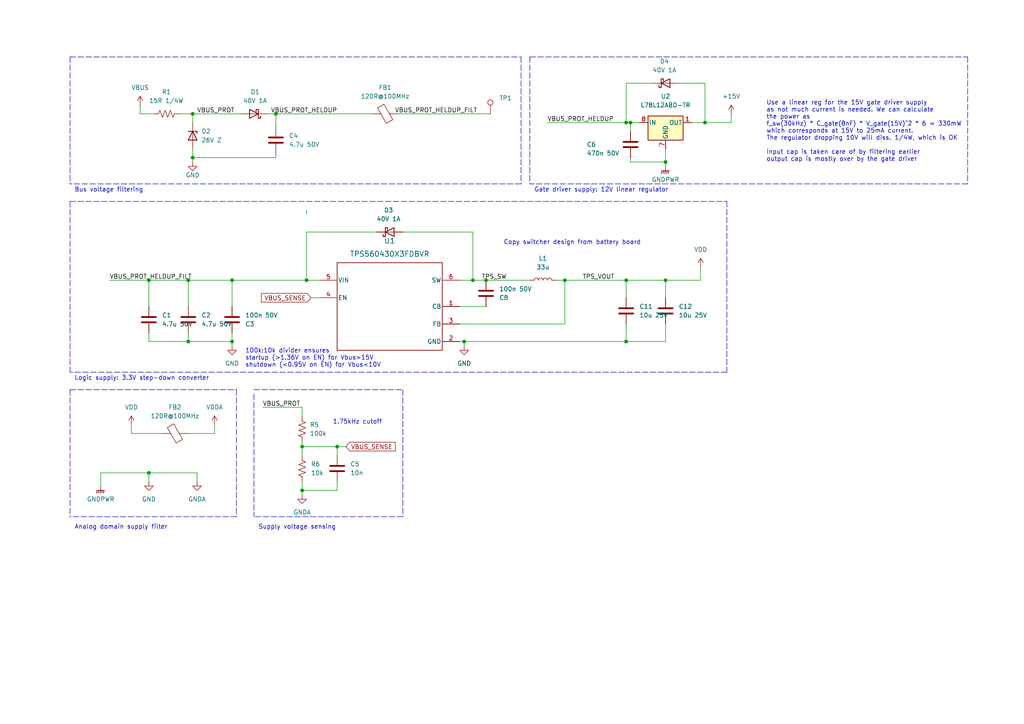
<source format=kicad_sch>
(kicad_sch (version 20211123) (generator eeschema)
  (paper "A4")
  (lib_symbols
    (symbol "Connector:TestPoint" (pin_numbers hide) (pin_names (offset 0.762) hide)
      (property "Reference" "TP" (at 0 6.858 0))
      (property "Value" "TestPoint" (at 0 5.08 0))
      (symbol "TestPoint_0_1"
        (circle (center 0 3.302) (radius 0.762))
      )
      (symbol "TestPoint_1_1"
        (pin passive line (at 0 0 90) (length 2.54) (name "1") (number "1"))
      )
    )
    (symbol "Device:C" (pin_numbers hide) (pin_names (offset 0.254))
      (property "Reference" "C" (at 0.635 2.54 0))
      (property "Value" "C" (at 0.635 -2.54 0))
      (symbol "C_0_1"
        (polyline (pts (xy -2.032 -0.762) (xy 2.032 -0.762)) (stroke (width 0.508)))
        (polyline (pts (xy -2.032 0.762) (xy 2.032 0.762)) (stroke (width 0.508)))
      )
      (symbol "C_1_1"
        (pin passive line (at 0 3.81 270) (length 2.794) (name "~") (number "1"))
        (pin passive line (at 0 -3.81 90) (length 2.794) (name "~") (number "2"))
      )
    )
    (symbol "Device:D_Schottky" (pin_numbers hide) (pin_names (offset 1.016) hide)
      (property "Reference" "D" (at 0 2.54 0))
      (property "Value" "D_Schottky" (at 0 -2.54 0))
      (symbol "D_Schottky_0_1"
        (polyline (pts (xy 1.27 0) (xy -1.27 0)))
        (polyline (pts (xy 1.27 1.27) (xy 1.27 -1.27) (xy -1.27 0) (xy 1.27 1.27)) (stroke (width 0.254)))
        (polyline (pts (xy -1.905 0.635) (xy -1.905 1.27) (xy -1.27 1.27) (xy -1.27 -1.27) (xy -0.635 -1.27) (xy -0.635 -0.635)) (stroke (width 0.254)))
      )
      (symbol "D_Schottky_1_1"
        (pin passive line (at -3.81 0 0) (length 2.54) (name "K") (number "1"))
        (pin passive line (at 3.81 0 180) (length 2.54) (name "A") (number "2"))
      )
    )
    (symbol "Device:D_Zener" (pin_numbers hide) (pin_names (offset 1.016) hide)
      (property "Reference" "D" (at 0 2.54 0))
      (property "Value" "D_Zener" (at 0 -2.54 0))
      (symbol "D_Zener_0_1"
        (polyline (pts (xy 1.27 0) (xy -1.27 0)))
        (polyline (pts (xy -1.27 -1.27) (xy -1.27 1.27) (xy -0.762 1.27)) (stroke (width 0.254)))
        (polyline (pts (xy 1.27 -1.27) (xy 1.27 1.27) (xy -1.27 0) (xy 1.27 -1.27)) (stroke (width 0.254)))
      )
      (symbol "D_Zener_1_1"
        (pin passive line (at -3.81 0 0) (length 2.54) (name "K") (number "1"))
        (pin passive line (at 3.81 0 180) (length 2.54) (name "A") (number "2"))
      )
    )
    (symbol "Device:FerriteBead" (pin_numbers hide) (pin_names (offset 0))
      (property "Reference" "FB" (at -3.81 0.635 90))
      (property "Value" "FerriteBead" (at 3.81 0 90))
      (symbol "FerriteBead_0_1"
        (polyline (pts (xy 0 -1.27) (xy 0 -1.2192)))
        (polyline (pts (xy 0 1.27) (xy 0 1.2954)))
        (polyline (pts (xy -2.7686 0.4064) (xy -1.7018 2.2606) (xy 2.7686 -0.3048) (xy 1.6764 -2.159) (xy -2.7686 0.4064)))
      )
      (symbol "FerriteBead_1_1"
        (pin passive line (at 0 3.81 270) (length 2.54) (name "~") (number "1"))
        (pin passive line (at 0 -3.81 90) (length 2.54) (name "~") (number "2"))
      )
    )
    (symbol "Device:L" (pin_numbers hide) (pin_names (offset 1.016) hide)
      (property "Reference" "L" (at -1.27 0 90))
      (property "Value" "L" (at 1.905 0 90))
      (symbol "L_0_1"
        (arc (start 0 -2.54) (mid 0.635 -1.905) (end 0 -1.27))
        (arc (start 0 -1.27) (mid 0.635 -0.635) (end 0 0))
        (arc (start 0 0) (mid 0.635 0.635) (end 0 1.27))
        (arc (start 0 1.27) (mid 0.635 1.905) (end 0 2.54))
      )
      (symbol "L_1_1"
        (pin passive line (at 0 3.81 270) (length 1.27) (name "1") (number "1"))
        (pin passive line (at 0 -3.81 90) (length 1.27) (name "2") (number "2"))
      )
    )
    (symbol "Device:R_US" (pin_numbers hide) (pin_names (offset 0))
      (property "Reference" "R" (at 2.54 0 90))
      (property "Value" "R_US" (at -2.54 0 90))
      (symbol "R_US_0_1"
        (polyline (pts (xy 0 -2.286) (xy 0 -2.54)))
        (polyline (pts (xy 0 2.286) (xy 0 2.54)))
        (polyline (pts (xy 0 -0.762) (xy 1.016 -1.143) (xy 0 -1.524) (xy -1.016 -1.905) (xy 0 -2.286)))
        (polyline (pts (xy 0 0.762) (xy 1.016 0.381) (xy 0 0) (xy -1.016 -0.381) (xy 0 -0.762)))
        (polyline (pts (xy 0 2.286) (xy 1.016 1.905) (xy 0 1.524) (xy -1.016 1.143) (xy 0 0.762)))
      )
      (symbol "R_US_1_1"
        (pin passive line (at 0 3.81 270) (length 1.27) (name "~") (number "1"))
        (pin passive line (at 0 -3.81 90) (length 1.27) (name "~") (number "2"))
      )
    )
    (symbol "Regulator_Linear:LM78L12_SO8" (pin_names (offset 0.254))
      (property "Reference" "U" (at -3.81 3.175 0))
      (property "Value" "LM78L12_SO8" (at 0 3.175 0))
      (symbol "LM78L12_SO8_0_1"
        (rectangle (start -5.08 1.905) (end 5.08 -5.08) (stroke (width 0.254)) (fill (type background)))
      )
      (symbol "LM78L12_SO8_1_1"
        (pin power_out line (at 7.62 0 180) (length 2.54) (name "OUT") (number "1"))
        (pin passive line (at 0 -7.62 90) (length 2.54) hide (name "GND") (number "2"))
        (pin passive line (at 0 -7.62 90) (length 2.54) hide (name "GND") (number "3"))
        (pin no_connect line (at -5.08 -2.54 0) (length 2.54) hide (name "NC") (number "4"))
        (pin no_connect line (at 5.08 -2.54 180) (length 2.54) hide (name "NC") (number "5"))
        (pin passive line (at 0 -7.62 90) (length 2.54) hide (name "GND") (number "6"))
        (pin power_in line (at 0 -7.62 90) (length 2.54) (name "GND") (number "7"))
        (pin power_in line (at -7.62 0 0) (length 2.54) (name "IN") (number "8"))
      )
    )
    (symbol "TPS560430X3F:TPS560430X3FDBVR" (pin_names (offset 0.254))
      (property "Reference" "U" (at 0 2.54 0))
      (property "Value" "TPS560430X3FDBVR" (at 0 0 0))
      (symbol "TPS560430X3FDBVR_0_1"
        (polyline (pts (xy -15.24 -12.7) (xy 15.24 -12.7)) (stroke (width 0.2032)))
        (polyline (pts (xy -15.24 12.7) (xy -15.24 -12.7)) (stroke (width 0.2032)))
        (polyline (pts (xy 15.24 -12.7) (xy 15.24 12.7)) (stroke (width 0.2032)))
        (polyline (pts (xy 15.24 12.7) (xy -15.24 12.7)) (stroke (width 0.2032)))
        (pin power_in line (at 20.32 0 180) (length 5.08) (name "CB") (number "1"))
        (pin power_in line (at 20.32 -10.16 180) (length 5.08) (name "GND") (number "2"))
        (pin input line (at 20.32 -5.08 180) (length 5.08) (name "FB") (number "3"))
        (pin input line (at -20.32 2.54 0) (length 5.08) (name "EN") (number "4"))
        (pin power_in line (at -20.32 7.62 0) (length 5.08) (name "VIN") (number "5"))
        (pin power_in line (at 20.32 7.62 180) (length 5.08) (name "SW") (number "6"))
      )
    )
    (symbol "power:+15V" (power) (pin_names (offset 0))
      (property "Value" "+15V" (at 0 3.556 0))
      (symbol "+15V_0_1"
        (polyline (pts (xy -0.762 1.27) (xy 0 2.54)))
        (polyline (pts (xy 0 0) (xy 0 2.54)))
        (polyline (pts (xy 0 2.54) (xy 0.762 1.27)))
      )
      (symbol "+15V_1_1"
        (pin power_in line (at 0 0 90) (length 0) hide (name "+15V") (number "1"))
      )
    )
    (symbol "power:GND" (power) (pin_names (offset 0))
      (property "Value" "GND" (at 0 -3.81 0))
      (symbol "GND_0_1"
        (polyline (pts (xy 0 0) (xy 0 -1.27) (xy 1.27 -1.27) (xy 0 -2.54) (xy -1.27 -1.27) (xy 0 -1.27)))
      )
      (symbol "GND_1_1"
        (pin power_in line (at 0 0 270) (length 0) hide (name "GND") (number "1"))
      )
    )
    (symbol "power:GNDA" (power) (pin_names (offset 0))
      (property "Value" "GNDA" (at 0 -3.81 0))
      (symbol "GNDA_0_1"
        (polyline (pts (xy 0 0) (xy 0 -1.27) (xy 1.27 -1.27) (xy 0 -2.54) (xy -1.27 -1.27) (xy 0 -1.27)))
      )
      (symbol "GNDA_1_1"
        (pin power_in line (at 0 0 270) (length 0) hide (name "GNDA") (number "1"))
      )
    )
    (symbol "power:GNDPWR" (power) (pin_names (offset 0))
      (property "Value" "GNDPWR" (at 0 -3.302 0))
      (symbol "GNDPWR_0_1"
        (polyline (pts (xy 0 -1.27) (xy 0 0)))
        (polyline (pts (xy -1.016 -1.27) (xy -1.27 -2.032) (xy -1.27 -2.032)) (stroke (width 0.2032)))
        (polyline (pts (xy -0.508 -1.27) (xy -0.762 -2.032) (xy -0.762 -2.032)) (stroke (width 0.2032)))
        (polyline (pts (xy 0 -1.27) (xy -0.254 -2.032) (xy -0.254 -2.032)) (stroke (width 0.2032)))
        (polyline (pts (xy 0.508 -1.27) (xy 0.254 -2.032) (xy 0.254 -2.032)) (stroke (width 0.2032)))
        (polyline (pts (xy 1.016 -1.27) (xy -1.016 -1.27) (xy -1.016 -1.27)) (stroke (width 0.2032)))
        (polyline (pts (xy 1.016 -1.27) (xy 0.762 -2.032) (xy 0.762 -2.032) (xy 0.762 -2.032)) (stroke (width 0.2032)))
      )
      (symbol "GNDPWR_1_1"
        (pin power_in line (at 0 0 270) (length 0) hide (name "GNDPWR") (number "1"))
      )
    )
    (symbol "power:VBUS" (power) (pin_names (offset 0))
      (property "Value" "VBUS" (at 0 3.81 0))
      (symbol "VBUS_0_1"
        (polyline (pts (xy -0.762 1.27) (xy 0 2.54)))
        (polyline (pts (xy 0 0) (xy 0 2.54)))
        (polyline (pts (xy 0 2.54) (xy 0.762 1.27)))
      )
      (symbol "VBUS_1_1"
        (pin power_in line (at 0 0 90) (length 0) hide (name "VBUS") (number "1"))
      )
    )
    (symbol "power:VDD" (power) (pin_names (offset 0))
      (property "Value" "VDD" (at 0 3.81 0))
      (symbol "VDD_0_1"
        (polyline (pts (xy -0.762 1.27) (xy 0 2.54)))
        (polyline (pts (xy 0 0) (xy 0 2.54)))
        (polyline (pts (xy 0 2.54) (xy 0.762 1.27)))
      )
      (symbol "VDD_1_1"
        (pin power_in line (at 0 0 90) (length 0) hide (name "VDD") (number "1"))
      )
    )
    (symbol "power:VDDA" (power) (pin_names (offset 0))
      (property "Value" "VDDA" (at 0 3.81 0))
      (symbol "VDDA_0_1"
        (polyline (pts (xy -0.762 1.27) (xy 0 2.54)))
        (polyline (pts (xy 0 0) (xy 0 2.54)))
        (polyline (pts (xy 0 2.54) (xy 0.762 1.27)))
      )
      (symbol "VDDA_1_1"
        (pin power_in line (at 0 0 90) (length 0) hide (name "VDDA") (number "1"))
      )
    )
  )
  (junction (at 55.88 33.02))
  (junction (at 67.31 81.28))
  (junction (at 163.83 81.28))
  (junction (at 80.01 33.02))
  (junction (at 55.88 45.72))
  (junction (at 43.18 81.28))
  (junction (at 140.97 81.28))
  (junction (at 137.16 81.28))
  (junction (at 182.88 35.56))
  (junction (at 87.63 129.54))
  (junction (at 181.61 35.56))
  (junction (at 54.61 81.28))
  (junction (at 181.61 99.06))
  (junction (at 193.04 81.28))
  (junction (at 87.63 142.24))
  (junction (at 181.61 81.28))
  (junction (at 193.04 46.99))
  (junction (at 204.47 35.56))
  (junction (at 67.31 99.06))
  (junction (at 134.62 99.06))
  (junction (at 43.18 137.16))
  (junction (at 97.79 129.54))
  (junction (at 54.61 99.06))
  (junction (at 88.9 81.28))
  (wire (pts (xy 212.09 33.02) (xy 212.09 35.56)))
  (wire (pts (xy 196.85 24.13) (xy 204.47 24.13)))
  (wire (pts (xy 40.64 30.48) (xy 40.64 33.02)))
  (polyline (pts (xy 280.67 16.51) (xy 280.67 53.34)))
  (wire (pts (xy 163.83 81.28) (xy 181.61 81.28)))
  (wire (pts (xy 43.18 96.52) (xy 43.18 99.06)))
  (wire (pts (xy 52.07 33.02) (xy 55.88 33.02)))
  (wire (pts (xy 133.35 93.98) (xy 163.83 93.98)))
  (wire (pts (xy 57.15 137.16) (xy 57.15 139.7)))
  (wire (pts (xy 67.31 99.06) (xy 67.31 100.33)))
  (wire (pts (xy 87.63 128.27) (xy 87.63 129.54)))
  (wire (pts (xy 55.88 33.02) (xy 69.85 33.02)))
  (wire (pts (xy 182.88 46.99) (xy 182.88 45.72)))
  (polyline (pts (xy 116.84 149.86) (xy 73.66 149.86)))
  (wire (pts (xy 67.31 99.06) (xy 67.31 96.52)))
  (wire (pts (xy 134.62 99.06) (xy 134.62 100.33)))
  (wire (pts (xy 67.31 81.28) (xy 88.9 81.28)))
  (wire (pts (xy 43.18 81.28) (xy 54.61 81.28)))
  (wire (pts (xy 182.88 35.56) (xy 185.42 35.56)))
  (wire (pts (xy 181.61 86.36) (xy 181.61 81.28)))
  (polyline (pts (xy 151.13 53.34) (xy 20.32 53.34)))
  (wire (pts (xy 133.35 81.28) (xy 137.16 81.28)))
  (wire (pts (xy 193.04 46.99) (xy 182.88 46.99)))
  (polyline (pts (xy 20.32 113.03) (xy 68.58 113.03)))
  (wire (pts (xy 54.61 96.52) (xy 54.61 99.06)))
  (wire (pts (xy 77.47 33.02) (xy 80.01 33.02)))
  (polyline (pts (xy 20.32 16.51) (xy 20.32 53.34)))
  (wire (pts (xy 80.01 33.02) (xy 80.01 36.83)))
  (wire (pts (xy 80.01 33.02) (xy 107.95 33.02)))
  (wire (pts (xy 193.04 99.06) (xy 193.04 93.98)))
  (wire (pts (xy 161.29 81.28) (xy 163.83 81.28)))
  (wire (pts (xy 133.35 88.9) (xy 140.97 88.9)))
  (wire (pts (xy 193.04 86.36) (xy 193.04 81.28)))
  (wire (pts (xy 87.63 129.54) (xy 87.63 132.08)))
  (wire (pts (xy 80.01 44.45) (xy 80.01 45.72)))
  (wire (pts (xy 62.23 123.19) (xy 62.23 125.73)))
  (wire (pts (xy 193.04 81.28) (xy 203.2 81.28)))
  (polyline (pts (xy 210.82 107.95) (xy 20.32 107.95)))
  (wire (pts (xy 181.61 99.06) (xy 193.04 99.06)))
  (wire (pts (xy 43.18 99.06) (xy 54.61 99.06)))
  (wire (pts (xy 76.2 118.11) (xy 87.63 118.11)))
  (polyline (pts (xy 116.84 113.03) (xy 116.84 149.86)))
  (wire (pts (xy 55.88 45.72) (xy 80.01 45.72)))
  (wire (pts (xy 97.79 129.54) (xy 97.79 132.08)))
  (wire (pts (xy 203.2 77.47) (xy 203.2 81.28)))
  (polyline (pts (xy 73.66 113.03) (xy 116.84 113.03)))
  (wire (pts (xy 55.88 45.72) (xy 55.88 46.99)))
  (wire (pts (xy 115.57 33.02) (xy 142.24 33.02)))
  (polyline (pts (xy 20.32 58.42) (xy 20.32 107.95)))
  (wire (pts (xy 204.47 35.56) (xy 212.09 35.56)))
  (wire (pts (xy 163.83 93.98) (xy 163.83 81.28)))
  (wire (pts (xy 137.16 81.28) (xy 140.97 81.28)))
  (polyline (pts (xy 68.58 113.03) (xy 68.58 149.86)))
  (wire (pts (xy 182.88 35.56) (xy 182.88 38.1)))
  (wire (pts (xy 55.88 43.18) (xy 55.88 45.72)))
  (wire (pts (xy 97.79 142.24) (xy 97.79 139.7)))
  (wire (pts (xy 87.63 142.24) (xy 97.79 142.24)))
  (wire (pts (xy 181.61 35.56) (xy 182.88 35.56)))
  (wire (pts (xy 134.62 99.06) (xy 181.61 99.06)))
  (polyline (pts (xy 210.82 58.42) (xy 210.82 107.95)))
  (wire (pts (xy 193.04 48.26) (xy 193.04 46.99)))
  (wire (pts (xy 88.9 81.28) (xy 92.71 81.28)))
  (wire (pts (xy 55.88 33.02) (xy 55.88 35.56)))
  (polyline (pts (xy 151.13 16.51) (xy 151.13 53.34)))
  (wire (pts (xy 204.47 24.13) (xy 204.47 35.56)))
  (wire (pts (xy 54.61 81.28) (xy 67.31 81.28)))
  (wire (pts (xy 137.16 67.31) (xy 137.16 81.28)))
  (wire (pts (xy 181.61 93.98) (xy 181.61 99.06)))
  (wire (pts (xy 87.63 142.24) (xy 87.63 143.51)))
  (wire (pts (xy 109.22 67.31) (xy 88.9 67.31)))
  (wire (pts (xy 200.66 35.56) (xy 204.47 35.56)))
  (polyline (pts (xy 20.32 58.42) (xy 210.82 58.42)))
  (wire (pts (xy 88.9 67.31) (xy 88.9 81.28)))
  (wire (pts (xy 87.63 139.7) (xy 87.63 142.24)))
  (wire (pts (xy 158.75 35.56) (xy 181.61 35.56)))
  (wire (pts (xy 87.63 118.11) (xy 87.63 120.65)))
  (wire (pts (xy 43.18 137.16) (xy 43.18 139.7)))
  (polyline (pts (xy 20.32 113.03) (xy 20.32 149.86)))
  (polyline (pts (xy 68.58 149.86) (xy 20.32 149.86)))
  (wire (pts (xy 193.04 43.18) (xy 193.04 46.99)))
  (wire (pts (xy 29.21 137.16) (xy 29.21 140.97)))
  (wire (pts (xy 193.04 81.28) (xy 181.61 81.28)))
  (wire (pts (xy 54.61 88.9) (xy 54.61 81.28)))
  (wire (pts (xy 116.84 67.31) (xy 137.16 67.31)))
  (wire (pts (xy 90.17 86.36) (xy 92.71 86.36)))
  (wire (pts (xy 189.23 24.13) (xy 181.61 24.13)))
  (wire (pts (xy 38.1 125.73) (xy 46.99 125.73)))
  (polyline (pts (xy 280.67 53.34) (xy 153.67 53.34)))
  (wire (pts (xy 31.75 81.28) (xy 43.18 81.28)))
  (wire (pts (xy 38.1 123.19) (xy 38.1 125.73)))
  (wire (pts (xy 133.35 99.06) (xy 134.62 99.06)))
  (polyline (pts (xy 153.67 16.51) (xy 153.67 53.34)))
  (polyline (pts (xy 153.67 16.51) (xy 280.67 16.51)))
  (wire (pts (xy 54.61 99.06) (xy 67.31 99.06)))
  (wire (pts (xy 43.18 81.28) (xy 43.18 88.9)))
  (wire (pts (xy 43.18 137.16) (xy 57.15 137.16)))
  (wire (pts (xy 181.61 24.13) (xy 181.61 35.56)))
  (polyline (pts (xy 73.66 114.3) (xy 73.66 149.86)))
  (wire (pts (xy 29.21 137.16) (xy 43.18 137.16)))
  (wire (pts (xy 97.79 129.54) (xy 87.63 129.54)))
  (wire (pts (xy 100.33 129.54) (xy 97.79 129.54)))
  (wire (pts (xy 54.61 125.73) (xy 62.23 125.73)))
  (polyline (pts (xy 20.32 16.51) (xy 151.13 16.51)))
  (wire (pts (xy 40.64 33.02) (xy 44.45 33.02)))
  (wire (pts (xy 67.31 88.9) (xy 67.31 81.28)))
  (wire (pts (xy 140.97 81.28) (xy 153.67 81.28)))
  (wire (pts (xy 88.9 60.96) (xy 88.9 62.23)))
  (text "1.75kHz cutoff" (at 96.52 123.19 0) (effects (font (size 1.27 1.27)) (justify left bottom)))
  (text "Supply voltage sensing" (at 74.93 153.67 0) (effects (font (size 1.27 1.27)) (justify left bottom)))
  (text "100k:10k divider ensures \nstartup (>1.36V on EN) for Vbus>15V\nshutdown (<0.95V on EN) for Vbus<10V" (at 71.12 106.68 0) (effects (font (size 1.27 1.27)) (justify left bottom)))
  (text "Logic supply: 3.3V step-down converter" (at 21.59 110.49 0) (effects (font (size 1.27 1.27)) (justify left bottom)))
  (text "Bus voltage filtering" (at 21.59 55.88 0) (effects (font (size 1.27 1.27)) (justify left bottom)))
  (text "Copy switcher design from battery board" (at 146.05 71.12 0) (effects (font (size 1.27 1.27)) (justify left bottom)))
  (text "Gate driver supply: 12V linear regulator" (at 154.94 55.88 0) (effects (font (size 1.27 1.27)) (justify left bottom)))
  (text "Analog domain supply filter" (at 21.59 153.67 0) (effects (font (size 1.27 1.27)) (justify left bottom)))
  (text "Use a linear reg for the 15V gate driver supply\nas not much current is needed. We can calculate\nthe power as\nf_sw(30kHz) * C_gate(8nF) * V_gate(15V)^2 * 6 = 330mW\nwhich corresponds at 15V to 25mA current.\nThe regulator dropping 10V will diss. 1/4W, which is OK\n\ninput cap is taken care of by filtering earlier\noutput cap is mostly over by the gate driver" (at 222.25 46.99 0) (effects (font (size 1.27 1.27)) (justify left bottom)))
  (label "VBUS_PROT" (at 57.15 33.02 0))
  (label "TPS_VOUT" (at 168.91 81.28 0))
  (label "VBUS_PROT_HELDUP_FILT" (at 138.43 33.02 180))
  (label "VBUS_PROT_HELDUP" (at 97.79 33.02 180))
  (label "VBUS_PROT" (at 76.2 118.11 0))
  (label "VBUS_PROT_HELDUP_FILT" (at 31.75 81.28 0))
  (label "TPS_SW" (at 139.7 81.28 0))
  (label "VBUS_PROT_HELDUP" (at 158.75 35.56 0))
  (global_label "VBUS_SENSE" (shape input) (at 90.17 86.36 180) (property "Intersheet References" "${INTERSHEET_REFS}" (effects hide)))
  (global_label "VBUS_SENSE" (shape input) (at 100.33 129.54 0) (property "Intersheet References" "${INTERSHEET_REFS}" (effects hide)))
  (symbol (lib_id "power:VDD") (at 203.2 77.47 0) (unit 1)
    (property "Reference" "#PWR012" (effects hide))
    (property "Value" "VDD" (at 203.2 72.39 0))
  )
  (symbol (lib_id "TPS560430X3F:TPS560430X3FDBVR") (at 113.03 88.9 0) (unit 1)
    (property "Reference" "U1" (at 113.03 69.85 0) (effects (font (size 1.524 1.524))))
    (property "Value" "TPS560430X3FDBVR" (at 113.03 73.66 0) (effects (font (size 1.524 1.524))))
    (property "Footprint" "Package_TO_SOT_SMD:SOT-23-6_Handsoldering" (effects hide))
    (property "Datasheet" "https://www.ti.com/lit/ds/symlink/tps560430.pdf?ts=1740928288556&ref_url=https%253A%252F%252Fwww.mouser.de%252F" (effects hide))
    (property "part_number" "TPS560430X3FDBVR" (effects hide))
  )
  (symbol (lib_id "power:GNDA") (at 57.15 139.7 0) (unit 1)
    (property "Reference" "#PWR014" (effects hide))
    (property "Value" "GNDA" (at 57.15 144.78 0))
  )
  (symbol (lib_id "Device:C") (at 181.61 90.17 0) (unit 1)
    (property "Reference" "C11" (at 185.42 88.8999 0) (effects (justify left)))
    (property "Value" "10u 25V" (at 185.42 91.4399 0) (effects (justify left)))
    (property "Footprint" "Capacitor_SMD:C_1206_3216Metric_Pad1.33x1.80mm_HandSolder" (effects hide))
    (property "part_number" "GRM31CR71E106KA12L" (effects hide))
  )
  (symbol (lib_id "power:GND") (at 134.62 100.33 0) (unit 1)
    (property "Reference" "#PWR05" (effects hide))
    (property "Value" "GND" (at 134.62 105.41 0))
  )
  (symbol (lib_id "Device:FerriteBead") (at 111.76 33.02 90) (mirror x) (unit 1)
    (property "Reference" "FB1" (at 111.7092 25.4 90))
    (property "Value" "120R@100MHz" (at 111.7092 27.94 90))
    (property "Footprint" "Resistor_SMD:R_0805_2012Metric" (effects hide))
    (property "part_number" "HI0805O121R-10" (effects hide))
  )
  (symbol (lib_id "Device:C") (at 182.88 41.91 0) (mirror y) (unit 1)
    (property "Reference" "C6" (at 170.18 41.91 0) (effects (justify right)))
    (property "Value" "470n 50V" (at 170.18 44.45 0) (effects (justify right)))
    (property "Footprint" "Capacitor_SMD:C_0805_2012Metric_Pad1.18x1.45mm_HandSolder" (effects hide))
    (property "part_number" "GRM21BR71H474KA88L" (effects hide))
  )
  (symbol (lib_id "power:GND") (at 67.31 100.33 0) (unit 1)
    (property "Reference" "#PWR02" (effects hide))
    (property "Value" "GND" (at 67.31 105.41 0))
  )
  (symbol (lib_id "power:VDDA") (at 62.23 123.19 0) (unit 1)
    (property "Reference" "#PWR015" (effects hide))
    (property "Value" "VDDA" (at 62.23 118.11 0))
  )
  (symbol (lib_id "power:VBUS") (at 40.64 30.48 0) (unit 1)
    (property "Reference" "#PWR01" (effects hide))
    (property "Value" "VBUS" (at 40.64 25.4 0))
  )
  (symbol (lib_id "power:GND") (at 43.18 139.7 0) (unit 1)
    (property "Reference" "#PWR013" (effects hide))
    (property "Value" "GND" (at 43.18 144.78 0))
  )
  (symbol (lib_id "Regulator_Linear:LM78L12_SO8") (at 193.04 35.56 0) (unit 1)
    (property "Reference" "U2" (at 193.04 27.94 0))
    (property "Value" "L78L12ABD-TR" (at 193.04 30.48 0))
    (property "Footprint" "Package_SO:SOIC-8_3.9x4.9mm_P1.27mm" (effects hide))
    (property "Datasheet" "https://www.st.com/resource/en/datasheet/l78l.pdf" (effects hide))
    (property "part_number" "LM78L12ACMX" (effects hide))
  )
  (symbol (lib_id "Device:C") (at 67.31 92.71 0) (mirror x) (unit 1)
    (property "Reference" "C3" (at 71.12 93.98 0) (effects (justify left)))
    (property "Value" "100n 50V" (at 71.12 91.44 0) (effects (justify left)))
    (property "Footprint" "Capacitor_SMD:C_0805_2012Metric" (effects hide))
    (property "part_number" "GCD21BR71H104KA01L" (effects hide))
  )
  (symbol (lib_id "power:GNDPWR") (at 193.04 48.26 0) (unit 1)
    (property "Reference" "#PWR06" (effects hide))
    (property "Value" "GNDPWR" (at 193.04 52.07 0))
  )
  (symbol (lib_id "Device:R_US") (at 87.63 135.89 0) (unit 1)
    (property "Reference" "R6" (at 90.17 134.6199 0) (effects (justify left)))
    (property "Value" "10k" (at 90.17 137.1599 0) (effects (justify left)))
    (property "Footprint" "Resistor_SMD:R_0805_2012Metric_Pad1.20x1.40mm_HandSolder" (effects hide))
    (property "part_number" "RC0805FR-1310KL" (effects hide))
  )
  (symbol (lib_id "Device:R_US") (at 87.63 124.46 0) (unit 1)
    (property "Reference" "R5" (at 89.8524 123.1899 0) (effects (justify left)))
    (property "Value" "100k" (at 89.8524 125.7299 0) (effects (justify left)))
    (property "Footprint" "Resistor_SMD:R_0805_2012Metric_Pad1.20x1.40mm_HandSolder" (effects hide))
    (property "part_number" "RC0805FR-07100KL" (effects hide))
  )
  (symbol (lib_id "power:+15V") (at 212.09 33.02 0) (unit 1)
    (property "Reference" "#PWR08" (effects hide))
    (property "Value" "+15V" (at 212.09 27.94 0))
  )
  (symbol (lib_id "Device:L") (at 157.48 81.28 90) (unit 1)
    (property "Reference" "L1" (at 157.48 74.93 90))
    (property "Value" "33u" (at 157.48 77.47 90))
    (property "Footprint" "Inductor_SMD:L_Taiyo-Yuden_NR-60xx" (effects hide))
    (property "part_number" "NR6028T330M" (effects hide))
  )
  (symbol (lib_id "power:VDD") (at 38.1 123.19 0) (unit 1)
    (property "Reference" "#PWR011" (effects hide))
    (property "Value" "VDD" (at 38.1 118.11 0))
  )
  (symbol (lib_id "power:GNDPWR") (at 29.21 140.97 0) (unit 1)
    (property "Reference" "#PWR09" (effects hide))
    (property "Value" "GNDPWR" (at 29.21 144.78 0))
  )
  (symbol (lib_id "Device:R_US") (at 48.26 33.02 90) (unit 1)
    (property "Reference" "R1" (at 48.26 26.67 90))
    (property "Value" "15R 1/4W" (at 48.26 29.21 90))
    (property "Footprint" "Resistor_SMD:R_0805_2012Metric_Pad1.20x1.40mm_HandSolder" (effects hide))
    (property "part_number" "AC0805FR-7W15RL" (effects hide))
  )
  (symbol (lib_id "Device:D_Zener") (at 55.88 39.37 270) (unit 1)
    (property "Reference" "D2" (at 58.42 38.0999 90) (effects (justify left)))
    (property "Value" "26V Z" (at 58.42 40.6399 90) (effects (justify left)))
    (property "Footprint" "Diode_SMD:D_SOD-123" (effects hide))
    (property "part_number" "DDZ26-7" (effects hide))
  )
  (symbol (lib_id "power:GNDA") (at 87.63 143.51 0) (unit 1)
    (property "Reference" "#PWR010" (effects hide))
    (property "Value" "GNDA" (at 87.63 148.59 0))
  )
  (symbol (lib_id "Device:C") (at 97.79 135.89 0) (unit 1)
    (property "Reference" "C5" (at 101.6 134.6199 0) (effects (justify left)))
    (property "Value" "10n" (at 101.6 137.16 0) (effects (justify left)))
    (property "Footprint" "Resistor_SMD:R_0805_2012Metric_Pad1.20x1.40mm_HandSolder" (effects hide))
    (property "part_number" "GCM219R71H103KA37D" (effects hide))
  )
  (symbol (lib_id "Device:D_Schottky") (at 113.03 67.31 0) (mirror x) (unit 1)
    (property "Reference" "D3" (at 112.7125 60.96 0))
    (property "Value" "40V 1A" (at 112.7125 63.5 0))
    (property "Footprint" "Diode_SMD:D_SOD-323_HandSoldering" (effects hide))
    (property "Datasheet" "https://semiware.com/uploads/datasheet/1N5819WS.pdf" (effects hide))
    (property "part_number" "1N5819WS" (effects hide))
  )
  (symbol (lib_id "Device:C") (at 80.01 40.64 0) (unit 1)
    (property "Reference" "C4" (at 83.82 39.3699 0) (effects (justify left)))
    (property "Value" "4.7u 50V" (at 83.82 41.9099 0) (effects (justify left)))
    (property "Footprint" "Capacitor_SMD:C_1206_3216Metric_Pad1.33x1.80mm_HandSolder" (effects hide))
    (property "part_number" "GRM31CR71H475KA12L" (effects hide))
  )
  (symbol (lib_id "Device:C") (at 43.18 92.71 0) (unit 1)
    (property "Reference" "C1" (at 46.99 91.4399 0) (effects (justify left)))
    (property "Value" "4.7u 50V" (at 46.99 93.9799 0) (effects (justify left)))
    (property "Footprint" "Capacitor_SMD:C_1206_3216Metric_Pad1.33x1.80mm_HandSolder" (effects hide))
    (property "part_number" "GRM31CR71H475KA12L" (effects hide))
  )
  (symbol (lib_id "Device:C") (at 140.97 85.09 0) (mirror x) (unit 1)
    (property "Reference" "C8" (at 144.78 86.36 0) (effects (justify left)))
    (property "Value" "100n 50V" (at 144.78 83.82 0) (effects (justify left)))
    (property "Footprint" "Capacitor_SMD:C_0805_2012Metric" (effects hide))
    (property "part_number" "GCD21BR71H104KA01L" (effects hide))
  )
  (symbol (lib_id "Connector:TestPoint") (at 142.24 33.02 0) (unit 1)
    (property "Reference" "TP1" (at 144.78 28.4479 0) (effects (justify left)))
    (property "Value" " " (effects hide))
    (property "Footprint" "Connector_PinHeader_1.00mm:PinHeader_1x01_P1.00mm_Vertical" (effects hide))
  )
  (symbol (lib_id "Device:D_Schottky") (at 73.66 33.02 180) (unit 1)
    (property "Reference" "D1" (at 73.9775 26.67 0))
    (property "Value" "40V 1A" (at 73.9775 29.21 0))
    (property "Footprint" "Diode_SMD:D_SOD-323_HandSoldering" (effects hide))
    (property "part_number" "1N5819WS" (effects hide))
  )
  (symbol (lib_id "Device:FerriteBead") (at 50.8 125.73 90) (mirror x) (unit 1)
    (property "Reference" "FB2" (at 50.7492 118.11 90))
    (property "Value" "120R@100MHz" (at 50.7492 120.65 90))
    (property "Footprint" "Resistor_SMD:R_0805_2012Metric" (effects hide))
    (property "part_number" "HI0805O121R-10" (effects hide))
  )
  (symbol (lib_id "power:GND") (at 55.88 46.99 0) (unit 1)
    (property "Reference" "#PWR0101" (effects hide))
    (property "Value" "GND" (at 55.88 50.8 0))
  )
  (symbol (lib_id "Device:D_Schottky") (at 193.04 24.13 0) (mirror x) (unit 1)
    (property "Reference" "D4" (at 192.7225 17.78 0))
    (property "Value" "40V 1A" (at 192.7225 20.32 0))
    (property "Footprint" "Diode_SMD:D_SOD-323_HandSoldering" (effects hide))
    (property "Datasheet" "https://semiware.com/uploads/datasheet/1N5819WS.pdf" (effects hide))
    (property "part_number" "1N5819WS" (effects hide))
  )
  (symbol (lib_id "Device:C") (at 54.61 92.71 0) (unit 1)
    (property "Reference" "C2" (at 58.42 91.4399 0) (effects (justify left)))
    (property "Value" "4.7u 50V" (at 58.42 93.9799 0) (effects (justify left)))
    (property "Footprint" "Capacitor_SMD:C_1206_3216Metric_Pad1.33x1.80mm_HandSolder" (effects hide))
    (property "part_number" "GRM31CR71H475KA12L" (effects hide))
  )
  (symbol (lib_id "Device:C") (at 193.04 90.17 0) (unit 1)
    (property "Reference" "C12" (at 196.85 88.8999 0) (effects (justify left)))
    (property "Value" "10u 25V" (at 196.85 91.4399 0) (effects (justify left)))
    (property "Footprint" "Capacitor_SMD:C_1206_3216Metric_Pad1.33x1.80mm_HandSolder" (effects hide))
    (property "part_number" "GRM31CR71E106KA12L" (effects hide))
  )
)
</source>
